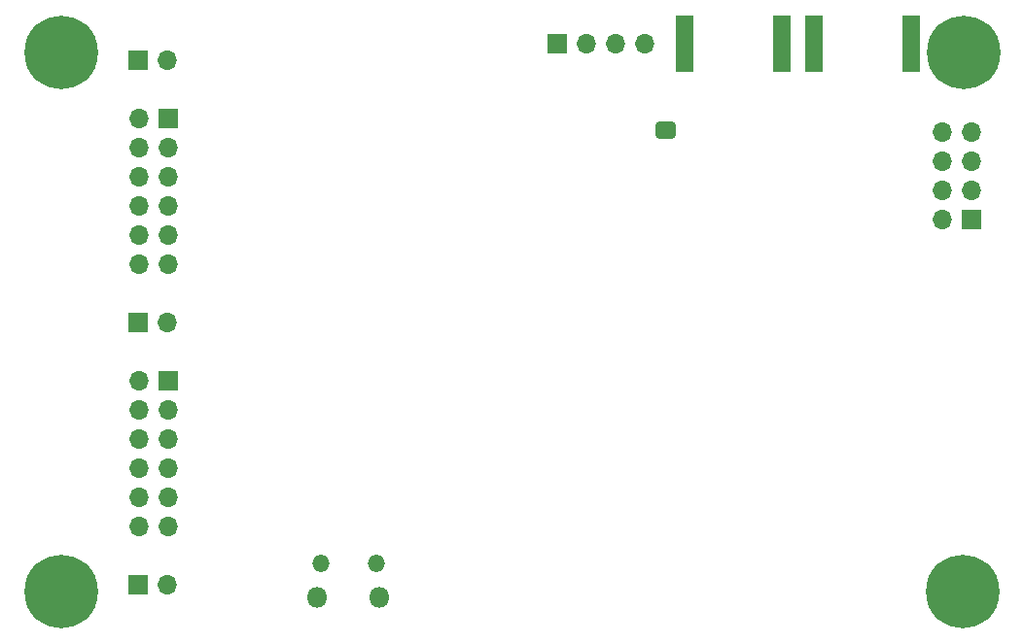
<source format=gbr>
%TF.GenerationSoftware,KiCad,Pcbnew,8.0.2*%
%TF.CreationDate,2024-05-14T11:50:59+07:00*%
%TF.ProjectId,PICO_DAC2932,5049434f-5f44-4414-9332-3933322e6b69,rev?*%
%TF.SameCoordinates,PX7735940PY61c06a0*%
%TF.FileFunction,Soldermask,Bot*%
%TF.FilePolarity,Negative*%
%FSLAX46Y46*%
G04 Gerber Fmt 4.6, Leading zero omitted, Abs format (unit mm)*
G04 Created by KiCad (PCBNEW 8.0.2) date 2024-05-14 11:50:59*
%MOMM*%
%LPD*%
G01*
G04 APERTURE LIST*
G04 Aperture macros list*
%AMRoundRect*
0 Rectangle with rounded corners*
0 $1 Rounding radius*
0 $2 $3 $4 $5 $6 $7 $8 $9 X,Y pos of 4 corners*
0 Add a 4 corners polygon primitive as box body*
4,1,4,$2,$3,$4,$5,$6,$7,$8,$9,$2,$3,0*
0 Add four circle primitives for the rounded corners*
1,1,$1+$1,$2,$3*
1,1,$1+$1,$4,$5*
1,1,$1+$1,$6,$7*
1,1,$1+$1,$8,$9*
0 Add four rect primitives between the rounded corners*
20,1,$1+$1,$2,$3,$4,$5,0*
20,1,$1+$1,$4,$5,$6,$7,0*
20,1,$1+$1,$6,$7,$8,$9,0*
20,1,$1+$1,$8,$9,$2,$3,0*%
G04 Aperture macros list end*
%ADD10R,1.700000X1.700000*%
%ADD11O,1.700000X1.700000*%
%ADD12C,0.800000*%
%ADD13C,6.400000*%
%ADD14O,1.800000X1.800000*%
%ADD15O,1.500000X1.500000*%
%ADD16R,1.600000X4.900000*%
%ADD17RoundRect,0.381000X-0.381000X-0.381000X0.381000X-0.381000X0.381000X0.381000X-0.381000X0.381000X0*%
G04 APERTURE END LIST*
D10*
%TO.C,J9*%
X82775000Y35950000D03*
D11*
X80235000Y35950000D03*
X82775000Y38490000D03*
X80235000Y38490000D03*
X82775000Y41030000D03*
X80235000Y41030000D03*
X82775000Y43570000D03*
X80235000Y43570000D03*
%TD*%
D12*
%TO.C,REF\u002A\u002A*%
X1100000Y3500000D03*
X1802944Y5197056D03*
X1802944Y1802944D03*
X3500000Y5900000D03*
D13*
X3500000Y3500000D03*
D12*
X3500000Y1100000D03*
X5197056Y5197056D03*
X5197056Y1802944D03*
X5900000Y3500000D03*
%TD*%
D14*
%TO.C,U1*%
X31225000Y3000000D03*
D15*
X30925000Y6030000D03*
X26075000Y6030000D03*
D14*
X25775000Y3000000D03*
%TD*%
D16*
%TO.C,J7*%
X66250000Y51260000D03*
X57750000Y51260000D03*
%TD*%
D10*
%TO.C,J4*%
X10225000Y49830000D03*
D11*
X12765000Y49830000D03*
%TD*%
D10*
%TO.C,J3*%
X12790000Y21920000D03*
D11*
X10250000Y21920000D03*
X12790000Y19380000D03*
X10250000Y19380000D03*
X12790000Y16840000D03*
X10250000Y16840000D03*
X12790000Y14300000D03*
X10250000Y14300000D03*
X12790000Y11760000D03*
X10250000Y11760000D03*
X12790000Y9220000D03*
X10250000Y9220000D03*
%TD*%
D12*
%TO.C,REF\u002A\u002A*%
X79652944Y50552944D03*
X80355888Y52250000D03*
X80355888Y48855888D03*
X82052944Y52952944D03*
D13*
X82052944Y50552944D03*
D12*
X82052944Y48152944D03*
X83750000Y52250000D03*
X83750000Y48855888D03*
X84452944Y50552944D03*
%TD*%
%TO.C,REF\u002A\u002A*%
X1100000Y50500000D03*
X1802944Y52197056D03*
X1802944Y48802944D03*
X3500000Y52900000D03*
D13*
X3500000Y50500000D03*
D12*
X3500000Y48100000D03*
X5197056Y52197056D03*
X5197056Y48802944D03*
X5900000Y50500000D03*
%TD*%
%TO.C,REF\u002A\u002A*%
X79600000Y3500000D03*
X80302944Y5197056D03*
X80302944Y1802944D03*
X82000000Y5900000D03*
D13*
X82000000Y3500000D03*
D12*
X82000000Y1100000D03*
X83697056Y5197056D03*
X83697056Y1802944D03*
X84400000Y3500000D03*
%TD*%
D10*
%TO.C,J5*%
X12790000Y44780000D03*
D11*
X10250000Y44780000D03*
X12790000Y42240000D03*
X10250000Y42240000D03*
X12790000Y39700000D03*
X10250000Y39700000D03*
X12790000Y37160000D03*
X10250000Y37160000D03*
X12790000Y34620000D03*
X10250000Y34620000D03*
X12790000Y32080000D03*
X10250000Y32080000D03*
%TD*%
D16*
%TO.C,J8*%
X77500000Y51260000D03*
X69000000Y51260000D03*
%TD*%
D10*
%TO.C,J6*%
X10225000Y4170000D03*
D11*
X12765000Y4170000D03*
%TD*%
D10*
%TO.C,J1*%
X46700000Y51250000D03*
D11*
X49240000Y51250000D03*
X51780000Y51250000D03*
X54320000Y51250000D03*
%TD*%
D10*
%TO.C,J2*%
X10225000Y27000000D03*
D11*
X12765000Y27000000D03*
%TD*%
D17*
%TO.C,JO1*%
X56000000Y43750000D03*
X56250000Y43750000D03*
%TD*%
M02*

</source>
